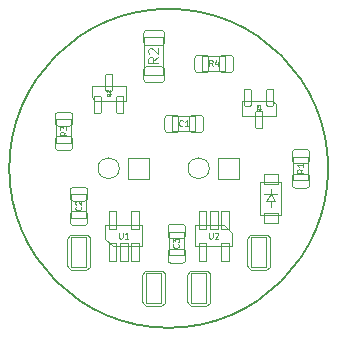
<source format=gbr>
G04 #@! TF.GenerationSoftware,KiCad,Pcbnew,6.0.8-f2edbf62ab~116~ubuntu20.04.1*
G04 #@! TF.CreationDate,2022-10-20T17:58:06+02:00*
G04 #@! TF.ProjectId,IR-Lese-Schreibkopf,49522d4c-6573-4652-9d53-636872656962,rev?*
G04 #@! TF.SameCoordinates,Original*
G04 #@! TF.FileFunction,AssemblyDrawing,Top*
%FSLAX46Y46*%
G04 Gerber Fmt 4.6, Leading zero omitted, Abs format (unit mm)*
G04 Created by KiCad (PCBNEW 6.0.8-f2edbf62ab~116~ubuntu20.04.1) date 2022-10-20 17:58:06*
%MOMM*%
%LPD*%
G01*
G04 APERTURE LIST*
G04 #@! TA.AperFunction,Profile*
%ADD10C,0.200000*%
G04 #@! TD*
%ADD11C,0.050000*%
%ADD12C,0.080000*%
%ADD13C,0.075000*%
%ADD14C,0.120000*%
%ADD15C,0.100000*%
%ADD16C,0.100000*%
G04 #@! TD*
G04 APERTURE END LIST*
D10*
X150660000Y-99060000D02*
G75*
G03*
X150660000Y-99060000I-13500000J0D01*
G01*
D11*
X144955238Y-94010476D02*
X144940000Y-94040952D01*
X144909523Y-94071428D01*
X144863809Y-94117142D01*
X144848571Y-94147619D01*
X144848571Y-94178095D01*
X144924761Y-94162857D02*
X144909523Y-94193333D01*
X144879047Y-94223809D01*
X144818095Y-94239047D01*
X144711428Y-94239047D01*
X144650476Y-94223809D01*
X144620000Y-94193333D01*
X144604761Y-94162857D01*
X144604761Y-94101904D01*
X144620000Y-94071428D01*
X144650476Y-94040952D01*
X144711428Y-94025714D01*
X144818095Y-94025714D01*
X144879047Y-94040952D01*
X144909523Y-94071428D01*
X144924761Y-94101904D01*
X144924761Y-94162857D01*
X144604761Y-93919047D02*
X144604761Y-93720952D01*
X144726666Y-93827619D01*
X144726666Y-93781904D01*
X144741904Y-93751428D01*
X144757142Y-93736190D01*
X144787619Y-93720952D01*
X144863809Y-93720952D01*
X144894285Y-93736190D01*
X144909523Y-93751428D01*
X144924761Y-93781904D01*
X144924761Y-93873333D01*
X144909523Y-93903809D01*
X144894285Y-93919047D01*
D12*
X148562190Y-99143333D02*
X148324095Y-99310000D01*
X148562190Y-99429047D02*
X148062190Y-99429047D01*
X148062190Y-99238571D01*
X148086000Y-99190952D01*
X148109809Y-99167142D01*
X148157428Y-99143333D01*
X148228857Y-99143333D01*
X148276476Y-99167142D01*
X148300285Y-99190952D01*
X148324095Y-99238571D01*
X148324095Y-99429047D01*
X148562190Y-98667142D02*
X148562190Y-98952857D01*
X148562190Y-98810000D02*
X148062190Y-98810000D01*
X148133619Y-98857619D01*
X148181238Y-98905238D01*
X148205047Y-98952857D01*
X138346666Y-95428571D02*
X138322857Y-95452380D01*
X138251428Y-95476190D01*
X138203809Y-95476190D01*
X138132380Y-95452380D01*
X138084761Y-95404761D01*
X138060952Y-95357142D01*
X138037142Y-95261904D01*
X138037142Y-95190476D01*
X138060952Y-95095238D01*
X138084761Y-95047619D01*
X138132380Y-95000000D01*
X138203809Y-94976190D01*
X138251428Y-94976190D01*
X138322857Y-95000000D01*
X138346666Y-95023809D01*
X138822857Y-95476190D02*
X138537142Y-95476190D01*
X138680000Y-95476190D02*
X138680000Y-94976190D01*
X138632380Y-95047619D01*
X138584761Y-95095238D01*
X138537142Y-95119047D01*
X137973571Y-105493333D02*
X137997380Y-105517142D01*
X138021190Y-105588571D01*
X138021190Y-105636190D01*
X137997380Y-105707619D01*
X137949761Y-105755238D01*
X137902142Y-105779047D01*
X137806904Y-105802857D01*
X137735476Y-105802857D01*
X137640238Y-105779047D01*
X137592619Y-105755238D01*
X137545000Y-105707619D01*
X137521190Y-105636190D01*
X137521190Y-105588571D01*
X137545000Y-105517142D01*
X137568809Y-105493333D01*
X137521190Y-105326666D02*
X137521190Y-105017142D01*
X137711666Y-105183809D01*
X137711666Y-105112380D01*
X137735476Y-105064761D01*
X137759285Y-105040952D01*
X137806904Y-105017142D01*
X137925952Y-105017142D01*
X137973571Y-105040952D01*
X137997380Y-105064761D01*
X138021190Y-105112380D01*
X138021190Y-105255238D01*
X137997380Y-105302857D01*
X137973571Y-105326666D01*
X129718571Y-102318333D02*
X129742380Y-102342142D01*
X129766190Y-102413571D01*
X129766190Y-102461190D01*
X129742380Y-102532619D01*
X129694761Y-102580238D01*
X129647142Y-102604047D01*
X129551904Y-102627857D01*
X129480476Y-102627857D01*
X129385238Y-102604047D01*
X129337619Y-102580238D01*
X129290000Y-102532619D01*
X129266190Y-102461190D01*
X129266190Y-102413571D01*
X129290000Y-102342142D01*
X129313809Y-102318333D01*
X129313809Y-102127857D02*
X129290000Y-102104047D01*
X129266190Y-102056428D01*
X129266190Y-101937380D01*
X129290000Y-101889761D01*
X129313809Y-101865952D01*
X129361428Y-101842142D01*
X129409047Y-101842142D01*
X129480476Y-101865952D01*
X129766190Y-102151666D01*
X129766190Y-101842142D01*
X128496190Y-95968333D02*
X128258095Y-96135000D01*
X128496190Y-96254047D02*
X127996190Y-96254047D01*
X127996190Y-96063571D01*
X128020000Y-96015952D01*
X128043809Y-95992142D01*
X128091428Y-95968333D01*
X128162857Y-95968333D01*
X128210476Y-95992142D01*
X128234285Y-96015952D01*
X128258095Y-96063571D01*
X128258095Y-96254047D01*
X127996190Y-95801666D02*
X127996190Y-95492142D01*
X128186666Y-95658809D01*
X128186666Y-95587380D01*
X128210476Y-95539761D01*
X128234285Y-95515952D01*
X128281904Y-95492142D01*
X128400952Y-95492142D01*
X128448571Y-95515952D01*
X128472380Y-95539761D01*
X128496190Y-95587380D01*
X128496190Y-95730238D01*
X128472380Y-95777857D01*
X128448571Y-95801666D01*
D13*
X140589047Y-104501190D02*
X140589047Y-104905952D01*
X140612857Y-104953571D01*
X140636666Y-104977380D01*
X140684285Y-105001190D01*
X140779523Y-105001190D01*
X140827142Y-104977380D01*
X140850952Y-104953571D01*
X140874761Y-104905952D01*
X140874761Y-104501190D01*
X141089047Y-104548809D02*
X141112857Y-104525000D01*
X141160476Y-104501190D01*
X141279523Y-104501190D01*
X141327142Y-104525000D01*
X141350952Y-104548809D01*
X141374761Y-104596428D01*
X141374761Y-104644047D01*
X141350952Y-104715476D01*
X141065238Y-105001190D01*
X141374761Y-105001190D01*
X132969047Y-104501190D02*
X132969047Y-104905952D01*
X132992857Y-104953571D01*
X133016666Y-104977380D01*
X133064285Y-105001190D01*
X133159523Y-105001190D01*
X133207142Y-104977380D01*
X133230952Y-104953571D01*
X133254761Y-104905952D01*
X133254761Y-104501190D01*
X133754761Y-105001190D02*
X133469047Y-105001190D01*
X133611904Y-105001190D02*
X133611904Y-104501190D01*
X133564285Y-104572619D01*
X133516666Y-104620238D01*
X133469047Y-104644047D01*
D14*
X136251904Y-89668333D02*
X135870952Y-89935000D01*
X136251904Y-90125476D02*
X135451904Y-90125476D01*
X135451904Y-89820714D01*
X135490000Y-89744523D01*
X135528095Y-89706428D01*
X135604285Y-89668333D01*
X135718571Y-89668333D01*
X135794761Y-89706428D01*
X135832857Y-89744523D01*
X135870952Y-89820714D01*
X135870952Y-90125476D01*
X135528095Y-89363571D02*
X135490000Y-89325476D01*
X135451904Y-89249285D01*
X135451904Y-89058809D01*
X135490000Y-88982619D01*
X135528095Y-88944523D01*
X135604285Y-88906428D01*
X135680476Y-88906428D01*
X135794761Y-88944523D01*
X136251904Y-89401666D01*
X136251904Y-88906428D01*
D12*
X140886666Y-90396190D02*
X140720000Y-90158095D01*
X140600952Y-90396190D02*
X140600952Y-89896190D01*
X140791428Y-89896190D01*
X140839047Y-89920000D01*
X140862857Y-89943809D01*
X140886666Y-89991428D01*
X140886666Y-90062857D01*
X140862857Y-90110476D01*
X140839047Y-90134285D01*
X140791428Y-90158095D01*
X140600952Y-90158095D01*
X141315238Y-90062857D02*
X141315238Y-90396190D01*
X141196190Y-89872380D02*
X141077142Y-90229523D01*
X141386666Y-90229523D01*
D11*
X132255238Y-92740476D02*
X132240000Y-92770952D01*
X132209523Y-92801428D01*
X132163809Y-92847142D01*
X132148571Y-92877619D01*
X132148571Y-92908095D01*
X132224761Y-92892857D02*
X132209523Y-92923333D01*
X132179047Y-92953809D01*
X132118095Y-92969047D01*
X132011428Y-92969047D01*
X131950476Y-92953809D01*
X131920000Y-92923333D01*
X131904761Y-92892857D01*
X131904761Y-92831904D01*
X131920000Y-92801428D01*
X131950476Y-92770952D01*
X132011428Y-92755714D01*
X132118095Y-92755714D01*
X132179047Y-92770952D01*
X132209523Y-92801428D01*
X132224761Y-92831904D01*
X132224761Y-92892857D01*
X131935238Y-92633809D02*
X131920000Y-92618571D01*
X131904761Y-92588095D01*
X131904761Y-92511904D01*
X131920000Y-92481428D01*
X131935238Y-92466190D01*
X131965714Y-92450952D01*
X131996190Y-92450952D01*
X132041904Y-92466190D01*
X132224761Y-92649047D01*
X132224761Y-92450952D01*
D15*
X143330000Y-93330000D02*
X145905000Y-93330000D01*
X145905000Y-93330000D02*
X146230000Y-93655000D01*
X143330000Y-94630000D02*
X143330000Y-93330000D01*
X146230000Y-94630000D02*
X143330000Y-94630000D01*
X146230000Y-93655000D02*
X146230000Y-94630000D01*
X139070000Y-107950000D02*
X140330000Y-107950000D01*
X139070000Y-110490000D02*
X139070000Y-107950000D01*
X140330000Y-107950000D02*
X140330000Y-110490000D01*
X140330000Y-110490000D02*
X139070000Y-110490000D01*
X144896000Y-100200000D02*
X146696000Y-100200000D01*
X146696000Y-100200000D02*
X146696000Y-103000000D01*
X145796000Y-101250000D02*
X146196000Y-101850000D01*
X145796000Y-101250000D02*
X145246000Y-101250000D01*
X145796000Y-101250000D02*
X146346000Y-101250000D01*
X145796000Y-101850000D02*
X145796000Y-102350000D01*
X145796000Y-100850000D02*
X145796000Y-101250000D01*
X144896000Y-103000000D02*
X144896000Y-100200000D01*
X145396000Y-101850000D02*
X145796000Y-101250000D01*
X146696000Y-103000000D02*
X144896000Y-103000000D01*
X146196000Y-101850000D02*
X145396000Y-101850000D01*
X147711000Y-98060000D02*
X148961000Y-98060000D01*
X148961000Y-98060000D02*
X148961000Y-100060000D01*
X147711000Y-100060000D02*
X147711000Y-98060000D01*
X148961000Y-100060000D02*
X147711000Y-100060000D01*
X145410000Y-107442000D02*
X144150000Y-107442000D01*
X145410000Y-104902000D02*
X145410000Y-107442000D01*
X144150000Y-107442000D02*
X144150000Y-104902000D01*
X144150000Y-104902000D02*
X145410000Y-104902000D01*
X137430000Y-94625000D02*
X139430000Y-94625000D01*
X139430000Y-95875000D02*
X137430000Y-95875000D01*
X137430000Y-95875000D02*
X137430000Y-94625000D01*
X139430000Y-94625000D02*
X139430000Y-95875000D01*
X136520000Y-110490000D02*
X135260000Y-110490000D01*
X135260000Y-110490000D02*
X135260000Y-107950000D01*
X135260000Y-107950000D02*
X136520000Y-107950000D01*
X136520000Y-107950000D02*
X136520000Y-110490000D01*
X137170000Y-104410000D02*
X138420000Y-104410000D01*
X138420000Y-104410000D02*
X138420000Y-106410000D01*
X138420000Y-106410000D02*
X137170000Y-106410000D01*
X137170000Y-106410000D02*
X137170000Y-104410000D01*
X128915000Y-101235000D02*
X130165000Y-101235000D01*
X130165000Y-103235000D02*
X128915000Y-103235000D01*
X128915000Y-103235000D02*
X128915000Y-101235000D01*
X130165000Y-101235000D02*
X130165000Y-103235000D01*
X127645000Y-96885000D02*
X127645000Y-94885000D01*
X128895000Y-94885000D02*
X128895000Y-96885000D01*
X128895000Y-96885000D02*
X127645000Y-96885000D01*
X127645000Y-94885000D02*
X128895000Y-94885000D01*
X141870000Y-103875000D02*
X142520000Y-104525000D01*
X142520000Y-105675000D02*
X139420000Y-105675000D01*
X142520000Y-105675000D02*
X142520000Y-104525000D01*
X141870000Y-103875000D02*
X139420000Y-103875000D01*
X139420000Y-105675000D02*
X139420000Y-103875000D01*
X132450000Y-105675000D02*
X134900000Y-105675000D01*
X132450000Y-105675000D02*
X131800000Y-105025000D01*
X131800000Y-103875000D02*
X131800000Y-105025000D01*
X131800000Y-103875000D02*
X134900000Y-103875000D01*
X134900000Y-103875000D02*
X134900000Y-105675000D01*
X130170000Y-107442000D02*
X128910000Y-107442000D01*
X130170000Y-104902000D02*
X130170000Y-107442000D01*
X128910000Y-104902000D02*
X130170000Y-104902000D01*
X128910000Y-107442000D02*
X128910000Y-104902000D01*
X136690000Y-91135000D02*
X135090000Y-91135000D01*
X136690000Y-87935000D02*
X136690000Y-91135000D01*
X135090000Y-87935000D02*
X136690000Y-87935000D01*
X135090000Y-91135000D02*
X135090000Y-87935000D01*
X139970000Y-90795000D02*
X139970000Y-89545000D01*
X139970000Y-89545000D02*
X141970000Y-89545000D01*
X141970000Y-90795000D02*
X139970000Y-90795000D01*
X141970000Y-89545000D02*
X141970000Y-90795000D01*
X133530000Y-93360000D02*
X130955000Y-93360000D01*
X130955000Y-93360000D02*
X130630000Y-93035000D01*
X133530000Y-92060000D02*
X133530000Y-93360000D01*
X130630000Y-92060000D02*
X133530000Y-92060000D01*
X130630000Y-93035000D02*
X130630000Y-92060000D01*
D16*
D15*
X145880000Y-92305000D02*
X145937403Y-92316418D01*
X145986066Y-92348934D01*
X146018582Y-92397597D01*
X146030000Y-92455000D01*
X146030000Y-93630000D01*
X146018582Y-93687403D01*
X145986066Y-93736066D01*
X145937403Y-93768582D01*
X145880000Y-93780000D01*
X145580000Y-93780000D01*
X145522597Y-93768582D01*
X145473934Y-93736066D01*
X145441418Y-93687403D01*
X145430000Y-93630000D01*
X145430000Y-92455000D01*
X145441418Y-92397597D01*
X145473934Y-92348934D01*
X145522597Y-92316418D01*
X145580000Y-92305000D01*
X145880000Y-92305000D01*
D16*
D15*
X143980000Y-92305000D02*
X144037403Y-92316418D01*
X144086066Y-92348934D01*
X144118582Y-92397597D01*
X144130000Y-92455000D01*
X144130000Y-93630000D01*
X144118582Y-93687403D01*
X144086066Y-93736066D01*
X144037403Y-93768582D01*
X143980000Y-93780000D01*
X143680000Y-93780000D01*
X143622597Y-93768582D01*
X143573934Y-93736066D01*
X143541418Y-93687403D01*
X143530000Y-93630000D01*
X143530000Y-92455000D01*
X143541418Y-92397597D01*
X143573934Y-92348934D01*
X143622597Y-92316418D01*
X143680000Y-92305000D01*
X143980000Y-92305000D01*
D16*
D15*
X144930000Y-94180000D02*
X144987403Y-94191418D01*
X145036066Y-94223934D01*
X145068582Y-94272597D01*
X145080000Y-94330000D01*
X145080000Y-95505000D01*
X145068582Y-95562403D01*
X145036066Y-95611066D01*
X144987403Y-95643582D01*
X144930000Y-95655000D01*
X144630000Y-95655000D01*
X144572597Y-95643582D01*
X144523934Y-95611066D01*
X144491418Y-95562403D01*
X144480000Y-95505000D01*
X144480000Y-94330000D01*
X144491418Y-94272597D01*
X144523934Y-94223934D01*
X144572597Y-94191418D01*
X144630000Y-94180000D01*
X144930000Y-94180000D01*
D16*
D15*
X138700000Y-108220000D02*
X138711664Y-108112632D01*
X138761427Y-107979888D01*
X138846447Y-107866447D01*
X138959888Y-107781427D01*
X139092632Y-107731664D01*
X139200000Y-107720000D01*
X140200000Y-107720000D01*
X140307368Y-107731664D01*
X140440112Y-107781427D01*
X140553553Y-107866447D01*
X140638573Y-107979888D01*
X140688336Y-108112632D01*
X140700000Y-108220000D01*
X140700000Y-110220000D01*
X140688336Y-110327368D01*
X140638573Y-110460112D01*
X140553553Y-110573553D01*
X140440112Y-110658573D01*
X140307368Y-110708336D01*
X140200000Y-110720000D01*
X139200000Y-110720000D01*
X139092632Y-110708336D01*
X138959888Y-110658573D01*
X138846447Y-110573553D01*
X138761427Y-110460112D01*
X138711664Y-110327368D01*
X138700000Y-110220000D01*
X138700000Y-108220000D01*
X145196000Y-99500000D02*
X145196000Y-100400000D01*
X146396000Y-100400000D01*
X146396000Y-99500000D01*
X145196000Y-99500000D01*
X145196000Y-102800000D02*
X145196000Y-103700000D01*
X146396000Y-103700000D01*
X146396000Y-102800000D01*
X145196000Y-102800000D01*
D16*
D15*
X148811000Y-97435000D02*
X148906671Y-97454030D01*
X148987777Y-97508223D01*
X149041970Y-97589329D01*
X149061000Y-97685000D01*
X149061000Y-98360000D01*
X149041970Y-98455671D01*
X148987777Y-98536777D01*
X148906671Y-98590970D01*
X148811000Y-98610000D01*
X147861000Y-98610000D01*
X147765329Y-98590970D01*
X147684223Y-98536777D01*
X147630030Y-98455671D01*
X147611000Y-98360000D01*
X147611000Y-97685000D01*
X147630030Y-97589329D01*
X147684223Y-97508223D01*
X147765329Y-97454030D01*
X147861000Y-97435000D01*
X148811000Y-97435000D01*
D16*
D15*
X148811000Y-99510000D02*
X148906671Y-99529030D01*
X148987777Y-99583223D01*
X149041970Y-99664329D01*
X149061000Y-99760000D01*
X149061000Y-100435000D01*
X149041970Y-100530671D01*
X148987777Y-100611777D01*
X148906671Y-100665970D01*
X148811000Y-100685000D01*
X147861000Y-100685000D01*
X147765329Y-100665970D01*
X147684223Y-100611777D01*
X147630030Y-100530671D01*
X147611000Y-100435000D01*
X147611000Y-99760000D01*
X147630030Y-99664329D01*
X147684223Y-99583223D01*
X147765329Y-99529030D01*
X147861000Y-99510000D01*
X148811000Y-99510000D01*
D16*
D15*
X145780000Y-107172000D02*
X145768336Y-107279368D01*
X145718573Y-107412112D01*
X145633553Y-107525553D01*
X145520112Y-107610573D01*
X145387368Y-107660336D01*
X145280000Y-107672000D01*
X144280000Y-107672000D01*
X144172632Y-107660336D01*
X144039888Y-107610573D01*
X143926447Y-107525553D01*
X143841427Y-107412112D01*
X143791664Y-107279368D01*
X143780000Y-107172000D01*
X143780000Y-105172000D01*
X143791664Y-105064632D01*
X143841427Y-104931888D01*
X143926447Y-104818447D01*
X144039888Y-104733427D01*
X144172632Y-104683664D01*
X144280000Y-104672000D01*
X145280000Y-104672000D01*
X145387368Y-104683664D01*
X145520112Y-104733427D01*
X145633553Y-104818447D01*
X145718573Y-104931888D01*
X145768336Y-105064632D01*
X145780000Y-105172000D01*
X145780000Y-107172000D01*
D16*
D15*
X140055000Y-95725000D02*
X140035970Y-95820671D01*
X139981777Y-95901777D01*
X139900671Y-95955970D01*
X139805000Y-95975000D01*
X139130000Y-95975000D01*
X139034329Y-95955970D01*
X138953223Y-95901777D01*
X138899030Y-95820671D01*
X138880000Y-95725000D01*
X138880000Y-94775000D01*
X138899030Y-94679329D01*
X138953223Y-94598223D01*
X139034329Y-94544030D01*
X139130000Y-94525000D01*
X139805000Y-94525000D01*
X139900671Y-94544030D01*
X139981777Y-94598223D01*
X140035970Y-94679329D01*
X140055000Y-94775000D01*
X140055000Y-95725000D01*
D16*
D15*
X137980000Y-95725000D02*
X137960970Y-95820671D01*
X137906777Y-95901777D01*
X137825671Y-95955970D01*
X137730000Y-95975000D01*
X137055000Y-95975000D01*
X136959329Y-95955970D01*
X136878223Y-95901777D01*
X136824030Y-95820671D01*
X136805000Y-95725000D01*
X136805000Y-94775000D01*
X136824030Y-94679329D01*
X136878223Y-94598223D01*
X136959329Y-94544030D01*
X137055000Y-94525000D01*
X137730000Y-94525000D01*
X137825671Y-94544030D01*
X137906777Y-94598223D01*
X137960970Y-94679329D01*
X137980000Y-94775000D01*
X137980000Y-95725000D01*
D16*
D15*
X134890000Y-108220000D02*
X134901664Y-108112632D01*
X134951427Y-107979888D01*
X135036447Y-107866447D01*
X135149888Y-107781427D01*
X135282632Y-107731664D01*
X135390000Y-107720000D01*
X136390000Y-107720000D01*
X136497368Y-107731664D01*
X136630112Y-107781427D01*
X136743553Y-107866447D01*
X136828573Y-107979888D01*
X136878336Y-108112632D01*
X136890000Y-108220000D01*
X136890000Y-110220000D01*
X136878336Y-110327368D01*
X136828573Y-110460112D01*
X136743553Y-110573553D01*
X136630112Y-110658573D01*
X136497368Y-110708336D01*
X136390000Y-110720000D01*
X135390000Y-110720000D01*
X135282632Y-110708336D01*
X135149888Y-110658573D01*
X135036447Y-110573553D01*
X134951427Y-110460112D01*
X134901664Y-110327368D01*
X134890000Y-110220000D01*
X134890000Y-108220000D01*
D16*
D15*
X137320000Y-107035000D02*
X137224329Y-107015970D01*
X137143223Y-106961777D01*
X137089030Y-106880671D01*
X137070000Y-106785000D01*
X137070000Y-106110000D01*
X137089030Y-106014329D01*
X137143223Y-105933223D01*
X137224329Y-105879030D01*
X137320000Y-105860000D01*
X138270000Y-105860000D01*
X138365671Y-105879030D01*
X138446777Y-105933223D01*
X138500970Y-106014329D01*
X138520000Y-106110000D01*
X138520000Y-106785000D01*
X138500970Y-106880671D01*
X138446777Y-106961777D01*
X138365671Y-107015970D01*
X138270000Y-107035000D01*
X137320000Y-107035000D01*
D16*
D15*
X137320000Y-104960000D02*
X137224329Y-104940970D01*
X137143223Y-104886777D01*
X137089030Y-104805671D01*
X137070000Y-104710000D01*
X137070000Y-104035000D01*
X137089030Y-103939329D01*
X137143223Y-103858223D01*
X137224329Y-103804030D01*
X137320000Y-103785000D01*
X138270000Y-103785000D01*
X138365671Y-103804030D01*
X138446777Y-103858223D01*
X138500970Y-103939329D01*
X138520000Y-104035000D01*
X138520000Y-104710000D01*
X138500970Y-104805671D01*
X138446777Y-104886777D01*
X138365671Y-104940970D01*
X138270000Y-104960000D01*
X137320000Y-104960000D01*
D16*
D15*
X129065000Y-103860000D02*
X128969329Y-103840970D01*
X128888223Y-103786777D01*
X128834030Y-103705671D01*
X128815000Y-103610000D01*
X128815000Y-102935000D01*
X128834030Y-102839329D01*
X128888223Y-102758223D01*
X128969329Y-102704030D01*
X129065000Y-102685000D01*
X130015000Y-102685000D01*
X130110671Y-102704030D01*
X130191777Y-102758223D01*
X130245970Y-102839329D01*
X130265000Y-102935000D01*
X130265000Y-103610000D01*
X130245970Y-103705671D01*
X130191777Y-103786777D01*
X130110671Y-103840970D01*
X130015000Y-103860000D01*
X129065000Y-103860000D01*
D16*
D15*
X129065000Y-101785000D02*
X128969329Y-101765970D01*
X128888223Y-101711777D01*
X128834030Y-101630671D01*
X128815000Y-101535000D01*
X128815000Y-100860000D01*
X128834030Y-100764329D01*
X128888223Y-100683223D01*
X128969329Y-100629030D01*
X129065000Y-100610000D01*
X130015000Y-100610000D01*
X130110671Y-100629030D01*
X130191777Y-100683223D01*
X130245970Y-100764329D01*
X130265000Y-100860000D01*
X130265000Y-101535000D01*
X130245970Y-101630671D01*
X130191777Y-101711777D01*
X130110671Y-101765970D01*
X130015000Y-101785000D01*
X129065000Y-101785000D01*
D16*
D15*
X128745000Y-94260000D02*
X128840671Y-94279030D01*
X128921777Y-94333223D01*
X128975970Y-94414329D01*
X128995000Y-94510000D01*
X128995000Y-95185000D01*
X128975970Y-95280671D01*
X128921777Y-95361777D01*
X128840671Y-95415970D01*
X128745000Y-95435000D01*
X127795000Y-95435000D01*
X127699329Y-95415970D01*
X127618223Y-95361777D01*
X127564030Y-95280671D01*
X127545000Y-95185000D01*
X127545000Y-94510000D01*
X127564030Y-94414329D01*
X127618223Y-94333223D01*
X127699329Y-94279030D01*
X127795000Y-94260000D01*
X128745000Y-94260000D01*
D16*
D15*
X128745000Y-96335000D02*
X128840671Y-96354030D01*
X128921777Y-96408223D01*
X128975970Y-96489329D01*
X128995000Y-96585000D01*
X128995000Y-97260000D01*
X128975970Y-97355671D01*
X128921777Y-97436777D01*
X128840671Y-97490970D01*
X128745000Y-97510000D01*
X127795000Y-97510000D01*
X127699329Y-97490970D01*
X127618223Y-97436777D01*
X127564030Y-97355671D01*
X127545000Y-97260000D01*
X127545000Y-96585000D01*
X127564030Y-96489329D01*
X127618223Y-96408223D01*
X127699329Y-96354030D01*
X127795000Y-96335000D01*
X128745000Y-96335000D01*
X141595000Y-102645000D02*
X141595000Y-104205000D01*
X142245000Y-104205000D01*
X142245000Y-102645000D01*
X141595000Y-102645000D01*
X140645000Y-102645000D02*
X140645000Y-104205000D01*
X141295000Y-104205000D01*
X141295000Y-102645000D01*
X140645000Y-102645000D01*
X139695000Y-102645000D02*
X139695000Y-104205000D01*
X140345000Y-104205000D01*
X140345000Y-102645000D01*
X139695000Y-102645000D01*
X139695000Y-105345000D02*
X139695000Y-106905000D01*
X140345000Y-106905000D01*
X140345000Y-105345000D01*
X139695000Y-105345000D01*
X141595000Y-105345000D02*
X141595000Y-106905000D01*
X142245000Y-106905000D01*
X142245000Y-105345000D01*
X141595000Y-105345000D01*
X132075000Y-105345000D02*
X132075000Y-106905000D01*
X132725000Y-106905000D01*
X132725000Y-105345000D01*
X132075000Y-105345000D01*
X133025000Y-105345000D02*
X133025000Y-106905000D01*
X133675000Y-106905000D01*
X133675000Y-105345000D01*
X133025000Y-105345000D01*
X133975000Y-105345000D02*
X133975000Y-106905000D01*
X134625000Y-106905000D01*
X134625000Y-105345000D01*
X133975000Y-105345000D01*
X133975000Y-102645000D02*
X133975000Y-104205000D01*
X134625000Y-104205000D01*
X134625000Y-102645000D01*
X133975000Y-102645000D01*
X132075000Y-102645000D02*
X132075000Y-104205000D01*
X132725000Y-104205000D01*
X132725000Y-102645000D01*
X132075000Y-102645000D01*
D16*
D15*
X128540000Y-105172000D02*
X128551664Y-105064632D01*
X128601427Y-104931888D01*
X128686447Y-104818447D01*
X128799888Y-104733427D01*
X128932632Y-104683664D01*
X129040000Y-104672000D01*
X130040000Y-104672000D01*
X130147368Y-104683664D01*
X130280112Y-104733427D01*
X130393553Y-104818447D01*
X130478573Y-104931888D01*
X130528336Y-105064632D01*
X130540000Y-105172000D01*
X130540000Y-107172000D01*
X130528336Y-107279368D01*
X130478573Y-107412112D01*
X130393553Y-107525553D01*
X130280112Y-107610573D01*
X130147368Y-107660336D01*
X130040000Y-107672000D01*
X129040000Y-107672000D01*
X128932632Y-107660336D01*
X128799888Y-107610573D01*
X128686447Y-107525553D01*
X128601427Y-107412112D01*
X128551664Y-107279368D01*
X128540000Y-107172000D01*
X128540000Y-105172000D01*
D16*
D15*
X135265000Y-91735000D02*
X135169329Y-91715970D01*
X135088223Y-91661777D01*
X135034030Y-91580671D01*
X135015000Y-91485000D01*
X135015000Y-90685000D01*
X135034030Y-90589329D01*
X135088223Y-90508223D01*
X135169329Y-90454030D01*
X135265000Y-90435000D01*
X136515000Y-90435000D01*
X136610671Y-90454030D01*
X136691777Y-90508223D01*
X136745970Y-90589329D01*
X136765000Y-90685000D01*
X136765000Y-91485000D01*
X136745970Y-91580671D01*
X136691777Y-91661777D01*
X136610671Y-91715970D01*
X136515000Y-91735000D01*
X135265000Y-91735000D01*
D16*
D15*
X135265000Y-88635000D02*
X135169329Y-88615970D01*
X135088223Y-88561777D01*
X135034030Y-88480671D01*
X135015000Y-88385000D01*
X135015000Y-87585000D01*
X135034030Y-87489329D01*
X135088223Y-87408223D01*
X135169329Y-87354030D01*
X135265000Y-87335000D01*
X136515000Y-87335000D01*
X136610671Y-87354030D01*
X136691777Y-87408223D01*
X136745970Y-87489329D01*
X136765000Y-87585000D01*
X136765000Y-88385000D01*
X136745970Y-88480671D01*
X136691777Y-88561777D01*
X136610671Y-88615970D01*
X136515000Y-88635000D01*
X135265000Y-88635000D01*
D16*
D15*
X139345000Y-89695000D02*
X139364030Y-89599329D01*
X139418223Y-89518223D01*
X139499329Y-89464030D01*
X139595000Y-89445000D01*
X140270000Y-89445000D01*
X140365671Y-89464030D01*
X140446777Y-89518223D01*
X140500970Y-89599329D01*
X140520000Y-89695000D01*
X140520000Y-90645000D01*
X140500970Y-90740671D01*
X140446777Y-90821777D01*
X140365671Y-90875970D01*
X140270000Y-90895000D01*
X139595000Y-90895000D01*
X139499329Y-90875970D01*
X139418223Y-90821777D01*
X139364030Y-90740671D01*
X139345000Y-90645000D01*
X139345000Y-89695000D01*
D16*
D15*
X141420000Y-89695000D02*
X141439030Y-89599329D01*
X141493223Y-89518223D01*
X141574329Y-89464030D01*
X141670000Y-89445000D01*
X142345000Y-89445000D01*
X142440671Y-89464030D01*
X142521777Y-89518223D01*
X142575970Y-89599329D01*
X142595000Y-89695000D01*
X142595000Y-90645000D01*
X142575970Y-90740671D01*
X142521777Y-90821777D01*
X142440671Y-90875970D01*
X142345000Y-90895000D01*
X141670000Y-90895000D01*
X141574329Y-90875970D01*
X141493223Y-90821777D01*
X141439030Y-90740671D01*
X141420000Y-90645000D01*
X141420000Y-89695000D01*
D16*
D15*
X130980000Y-94385000D02*
X130922597Y-94373582D01*
X130873934Y-94341066D01*
X130841418Y-94292403D01*
X130830000Y-94235000D01*
X130830000Y-93060000D01*
X130841418Y-93002597D01*
X130873934Y-92953934D01*
X130922597Y-92921418D01*
X130980000Y-92910000D01*
X131280000Y-92910000D01*
X131337403Y-92921418D01*
X131386066Y-92953934D01*
X131418582Y-93002597D01*
X131430000Y-93060000D01*
X131430000Y-94235000D01*
X131418582Y-94292403D01*
X131386066Y-94341066D01*
X131337403Y-94373582D01*
X131280000Y-94385000D01*
X130980000Y-94385000D01*
D16*
D15*
X132880000Y-94385000D02*
X132822597Y-94373582D01*
X132773934Y-94341066D01*
X132741418Y-94292403D01*
X132730000Y-94235000D01*
X132730000Y-93060000D01*
X132741418Y-93002597D01*
X132773934Y-92953934D01*
X132822597Y-92921418D01*
X132880000Y-92910000D01*
X133180000Y-92910000D01*
X133237403Y-92921418D01*
X133286066Y-92953934D01*
X133318582Y-93002597D01*
X133330000Y-93060000D01*
X133330000Y-94235000D01*
X133318582Y-94292403D01*
X133286066Y-94341066D01*
X133237403Y-94373582D01*
X133180000Y-94385000D01*
X132880000Y-94385000D01*
D16*
D15*
X131930000Y-92510000D02*
X131872597Y-92498582D01*
X131823934Y-92466066D01*
X131791418Y-92417403D01*
X131780000Y-92360000D01*
X131780000Y-91185000D01*
X131791418Y-91127597D01*
X131823934Y-91078934D01*
X131872597Y-91046418D01*
X131930000Y-91035000D01*
X132230000Y-91035000D01*
X132287403Y-91046418D01*
X132336066Y-91078934D01*
X132368582Y-91127597D01*
X132380000Y-91185000D01*
X132380000Y-92360000D01*
X132368582Y-92417403D01*
X132336066Y-92466066D01*
X132287403Y-92498582D01*
X132230000Y-92510000D01*
X131930000Y-92510000D01*
X133720000Y-98160000D02*
X133720000Y-99960000D01*
X135520000Y-99960000D01*
X135520000Y-98160000D01*
X133720000Y-98160000D01*
X132980000Y-99060000D02*
G75*
G03*
X132980000Y-99060000I-900000J0D01*
G01*
X141340000Y-98160000D02*
X141340000Y-99960000D01*
X143140000Y-99960000D01*
X143140000Y-98160000D01*
X141340000Y-98160000D01*
X140600000Y-99060000D02*
G75*
G03*
X140600000Y-99060000I-900000J0D01*
G01*
M02*

</source>
